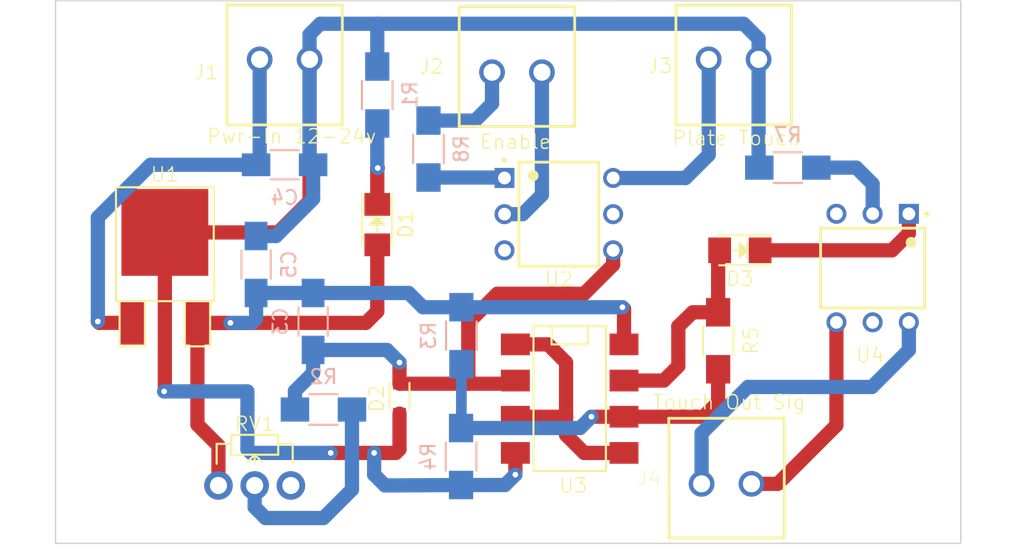
<source format=kicad_pcb>
(kicad_pcb (version 4) (host pcbnew 4.0.5+dfsg1-4)

  (general
    (links 38)
    (no_connects 0)
    (area 138.379999 92.173523 206.457143 133.075)
    (thickness 1.6)
    (drawings 8)
    (tracks 156)
    (zones 0)
    (modules 26)
    (nets 18)
  )

  (page A4)
  (layers
    (0 F.Cu signal)
    (31 B.Cu signal)
    (32 B.Adhes user)
    (33 F.Adhes user)
    (34 B.Paste user)
    (35 F.Paste user)
    (36 B.SilkS user)
    (37 F.SilkS user)
    (38 B.Mask user)
    (39 F.Mask user)
    (40 Dwgs.User user)
    (41 Cmts.User user)
    (42 Eco1.User user)
    (43 Eco2.User user)
    (44 Edge.Cuts user)
    (45 Margin user)
    (46 B.CrtYd user)
    (47 F.CrtYd user)
    (48 B.Fab user)
    (49 F.Fab user)
  )

  (setup
    (last_trace_width 1)
    (user_trace_width 0.25)
    (user_trace_width 0.5)
    (user_trace_width 0.75)
    (user_trace_width 1)
    (trace_clearance 0.2)
    (zone_clearance 0.508)
    (zone_45_only no)
    (trace_min 0.2)
    (segment_width 0.2)
    (edge_width 0.1)
    (via_size 0.6)
    (via_drill 0.4)
    (via_min_size 0.4)
    (via_min_drill 0.3)
    (user_via 0.6 0.4)
    (user_via 0.6 0.4)
    (user_via 0.6 0.4)
    (user_via 0.6 0.4)
    (uvia_size 0.3)
    (uvia_drill 0.1)
    (uvias_allowed no)
    (uvia_min_size 0.2)
    (uvia_min_drill 0.1)
    (pcb_text_width 0.3)
    (pcb_text_size 1.5 1.5)
    (mod_edge_width 0.15)
    (mod_text_size 1 1)
    (mod_text_width 0.15)
    (pad_size 1.5 1.5)
    (pad_drill 0.6)
    (pad_to_mask_clearance 0)
    (aux_axis_origin 0 0)
    (visible_elements 7FFFFFFF)
    (pcbplotparams
      (layerselection 0x00030_80000001)
      (usegerberextensions false)
      (excludeedgelayer true)
      (linewidth 0.100000)
      (plotframeref false)
      (viasonmask false)
      (mode 1)
      (useauxorigin false)
      (hpglpennumber 1)
      (hpglpenspeed 20)
      (hpglpendiameter 15)
      (hpglpenoverlay 2)
      (psnegative false)
      (psa4output false)
      (plotreference true)
      (plotvalue true)
      (plotinvisibletext false)
      (padsonsilk false)
      (subtractmaskfromsilk false)
      (outputformat 1)
      (mirror false)
      (drillshape 1)
      (scaleselection 1)
      (outputdirectory ""))
  )

  (net 0 "")
  (net 1 "Net-(C3-Pad1)")
  (net 2 "Net-(C3-Pad2)")
  (net 3 "Net-(C4-Pad1)")
  (net 4 GND)
  (net 5 "Net-(D1-Pad1)")
  (net 6 "Net-(D3-Pad2)")
  (net 7 "Net-(D3-Pad1)")
  (net 8 "Net-(J2-Pad1)")
  (net 9 "Net-(J2-Pad2)")
  (net 10 "Net-(J4-Pad1)")
  (net 11 "Net-(J4-Pad2)")
  (net 12 "Net-(R2-Pad1)")
  (net 13 "Net-(R3-Pad2)")
  (net 14 "Net-(R7-Pad1)")
  (net 15 "Net-(R8-Pad1)")
  (net 16 "Net-(U3-Pad1)")
  (net 17 "Net-(J3-Pad2)")

  (net_class Default "This is the default net class."
    (clearance 0.2)
    (trace_width 0.25)
    (via_dia 0.6)
    (via_drill 0.4)
    (uvia_dia 0.3)
    (uvia_drill 0.1)
    (add_net GND)
    (add_net "Net-(C3-Pad1)")
    (add_net "Net-(C3-Pad2)")
    (add_net "Net-(C4-Pad1)")
    (add_net "Net-(D1-Pad1)")
    (add_net "Net-(D3-Pad1)")
    (add_net "Net-(D3-Pad2)")
    (add_net "Net-(J2-Pad1)")
    (add_net "Net-(J2-Pad2)")
    (add_net "Net-(J3-Pad2)")
    (add_net "Net-(J4-Pad1)")
    (add_net "Net-(J4-Pad2)")
    (add_net "Net-(R2-Pad1)")
    (add_net "Net-(R3-Pad2)")
    (add_net "Net-(R7-Pad1)")
    (add_net "Net-(R8-Pad1)")
    (add_net "Net-(U3-Pad1)")
  )

  (net_class 0.2 ""
    (clearance 0.2)
    (trace_width 0.75)
    (via_dia 0.6)
    (via_drill 0.4)
    (uvia_dia 0.3)
    (uvia_drill 0.1)
  )

  (net_class Track1 ""
    (clearance 0.2)
    (trace_width 0.5)
    (via_dia 0.6)
    (via_drill 0.4)
    (uvia_dia 0.3)
    (uvia_drill 0.1)
  )

  (module Mounting_Holes:MountingHole_3.2mm_M3 (layer F.Cu) (tedit 5BE4E3D7) (tstamp 5BE4D8CE)
    (at 144.018 126.746)
    (descr "Mounting Hole 3.2mm, no annular, M3")
    (tags "mounting hole 3.2mm no annular m3")
    (fp_text reference "" (at 0 -4.2) (layer F.SilkS)
      (effects (font (size 1 1) (thickness 0.15)))
    )
    (fp_text value MountingHole_3.2mm_M3 (at 0 4.2) (layer F.Fab)
      (effects (font (size 1 1) (thickness 0.15)))
    )
    (fp_circle (center 0 0) (end 3.2 0) (layer Cmts.User) (width 0.15))
    (fp_circle (center 0 0) (end 3.45 0) (layer F.CrtYd) (width 0.05))
    (pad 1 np_thru_hole circle (at 0 0) (size 3.2 3.2) (drill 3.2) (layers *.Cu *.Mask))
  )

  (module Mounting_Holes:MountingHole_3.2mm_M3 (layer F.Cu) (tedit 5BE4E3CF) (tstamp 5BE4D8BF)
    (at 144.018 99.314)
    (descr "Mounting Hole 3.2mm, no annular, M3")
    (tags "mounting hole 3.2mm no annular m3")
    (fp_text reference "" (at 0 -4.2) (layer F.SilkS)
      (effects (font (size 1 1) (thickness 0.15)))
    )
    (fp_text value MountingHole_3.2mm_M3 (at 0 4.2) (layer F.Fab)
      (effects (font (size 1 1) (thickness 0.15)))
    )
    (fp_circle (center 0 0) (end 3.2 0) (layer Cmts.User) (width 0.15))
    (fp_circle (center 0 0) (end 3.45 0) (layer F.CrtYd) (width 0.05))
    (pad 1 np_thru_hole circle (at 0 0) (size 3.2 3.2) (drill 3.2) (layers *.Cu *.Mask))
  )

  (module LH1510AT:DIP762W50P254L730H410Q6 (layer F.Cu) (tedit 5BE4E4D2) (tstamp 5B6A73D8)
    (at 173.736 108.966)
    (path /5B68AF5C)
    (fp_text reference U2 (at 0 4.572) (layer F.SilkS)
      (effects (font (size 1.00162 1.00162) (thickness 0.1)))
    )
    (fp_text value "" (at -0.025091 4.67922) (layer F.SilkS)
      (effects (font (size 1.00304 1.00304) (thickness 0.05)))
    )
    (fp_line (start -2.8 -3.65) (end 2.8 -3.65) (layer F.SilkS) (width 0.2))
    (fp_line (start 2.8 -3.65) (end 2.8 3.65) (layer F.SilkS) (width 0.2))
    (fp_line (start 2.8 3.65) (end -2.8 3.65) (layer F.SilkS) (width 0.2))
    (fp_line (start -2.8 3.65) (end -2.8 -3.65) (layer F.SilkS) (width 0.2))
    (fp_line (start -4.8 -4.15) (end 4.8 -4.15) (layer Eco1.User) (width 0.05))
    (fp_line (start 4.8 -4.15) (end 4.8 4.15) (layer Eco1.User) (width 0.05))
    (fp_line (start 4.8 4.15) (end -4.8 4.15) (layer Eco1.User) (width 0.05))
    (fp_line (start -4.8 4.15) (end -4.8 -4.15) (layer Eco1.User) (width 0.05))
    (fp_circle (center -1.8 -2.7) (end -1.51716 -2.7) (layer F.SilkS) (width 0.2))
    (fp_line (start -2 -2.6) (end -1.8 -2.9) (layer F.SilkS) (width 0.2))
    (fp_line (start -1.8 -2.9) (end -1.6 -2.7) (layer F.SilkS) (width 0.2))
    (fp_line (start -1.6 -2.7) (end -1.7 -2.5) (layer F.SilkS) (width 0.2))
    (fp_line (start -1.7 -2.5) (end -2 -2.6) (layer F.SilkS) (width 0.2))
    (fp_line (start -2 -2.6) (end -1.8 -2.7) (layer F.SilkS) (width 0.2))
    (fp_circle (center -3.8 -3.8) (end -3.7 -3.8) (layer F.SilkS) (width 0.2))
    (pad 1 thru_hole rect (at -3.81 -2.54) (size 1.4 1.4) (drill 0.9) (layers *.Cu *.Mask)
      (net 15 "Net-(R8-Pad1)"))
    (pad 2 thru_hole circle (at -3.81 0) (size 1.4 1.4) (drill 0.9) (layers *.Cu *.Mask)
      (net 9 "Net-(J2-Pad2)"))
    (pad 3 thru_hole circle (at -3.81 2.54) (size 1.4 1.4) (drill 0.9) (layers *.Cu *.Mask))
    (pad 4 thru_hole circle (at 3.81 2.54 180) (size 1.4 1.4) (drill 0.9) (layers *.Cu *.Mask)
      (net 2 "Net-(C3-Pad2)"))
    (pad 5 thru_hole circle (at 3.81 0 180) (size 1.4 1.4) (drill 0.9) (layers *.Cu *.Mask))
    (pad 6 thru_hole circle (at 3.81 -2.54 180) (size 1.4 1.4) (drill 0.9) (layers *.Cu *.Mask)
      (net 17 "Net-(J3-Pad2)"))
  )

  (module OSTTF020161:OST_OSTTF020161 (layer F.Cu) (tedit 5BE4E58A) (tstamp 5B6A7301)
    (at 154.5 98.5 180)
    (path /5AF1FBB0)
    (fp_text reference J1 (at 5.5 -0.5 180) (layer F.SilkS)
      (effects (font (size 1.00273 1.00273) (thickness 0.1)))
    )
    (fp_text value "Pwr-In 12-24v" (at -0.5 -5 180) (layer F.SilkS)
      (effects (font (size 1.00211 1.00211) (thickness 0.1)))
    )
    (fp_line (start -4.05 -4.2) (end -4.05 4.2) (layer F.SilkS) (width 0.2))
    (fp_line (start -4.05 4.2) (end 4.05 4.2) (layer F.SilkS) (width 0.2))
    (fp_line (start 4.05 4.2) (end 4.05 -4.2) (layer F.SilkS) (width 0.2))
    (fp_line (start 4.05 -4.2) (end -4.05 -4.2) (layer F.SilkS) (width 0.2))
    (fp_line (start -4.3 -4.45) (end 4.3 -4.45) (layer Eco1.User) (width 0.05))
    (fp_line (start 4.3 -4.45) (end 4.3 4.45) (layer Eco1.User) (width 0.05))
    (fp_line (start 4.3 4.45) (end -4.3 4.45) (layer Eco1.User) (width 0.05))
    (fp_line (start -4.3 4.45) (end -4.3 -4.45) (layer Eco1.User) (width 0.05))
    (pad 1 thru_hole circle (at -1.75 0.4 180) (size 1.8 1.8) (drill 1.2) (layers *.Cu *.Mask)
      (net 4 GND))
    (pad 2 thru_hole circle (at 1.75 0.4 180) (size 1.8 1.8) (drill 1.2) (layers *.Cu *.Mask)
      (net 3 "Net-(C4-Pad1)"))
  )

  (module Capacitors_SMD:C_1206_HandSoldering (layer B.Cu) (tedit 541A9C03) (tstamp 5B6A7281)
    (at 156.5 116.5 270)
    (descr "Capacitor SMD 1206, hand soldering")
    (tags "capacitor 1206")
    (path /5AF1D651)
    (attr smd)
    (fp_text reference C3 (at 0 2.3 270) (layer B.SilkS)
      (effects (font (size 1 1) (thickness 0.15)) (justify mirror))
    )
    (fp_text value 4.7n (at 0 -2.3 270) (layer B.Fab)
      (effects (font (size 1 1) (thickness 0.15)) (justify mirror))
    )
    (fp_line (start -1.6 -0.8) (end -1.6 0.8) (layer B.Fab) (width 0.15))
    (fp_line (start 1.6 -0.8) (end -1.6 -0.8) (layer B.Fab) (width 0.15))
    (fp_line (start 1.6 0.8) (end 1.6 -0.8) (layer B.Fab) (width 0.15))
    (fp_line (start -1.6 0.8) (end 1.6 0.8) (layer B.Fab) (width 0.15))
    (fp_line (start -3.3 1.15) (end 3.3 1.15) (layer B.CrtYd) (width 0.05))
    (fp_line (start -3.3 -1.15) (end 3.3 -1.15) (layer B.CrtYd) (width 0.05))
    (fp_line (start -3.3 1.15) (end -3.3 -1.15) (layer B.CrtYd) (width 0.05))
    (fp_line (start 3.3 1.15) (end 3.3 -1.15) (layer B.CrtYd) (width 0.05))
    (fp_line (start 1 1.025) (end -1 1.025) (layer B.SilkS) (width 0.15))
    (fp_line (start -1 -1.025) (end 1 -1.025) (layer B.SilkS) (width 0.15))
    (pad 1 smd rect (at -2 0 270) (size 2 1.6) (layers B.Cu B.Paste B.Mask)
      (net 1 "Net-(C3-Pad1)"))
    (pad 2 smd rect (at 2 0 270) (size 2 1.6) (layers B.Cu B.Paste B.Mask)
      (net 2 "Net-(C3-Pad2)"))
    (model Capacitors_SMD.3dshapes/C_1206_HandSoldering.wrl
      (at (xyz 0 0 0))
      (scale (xyz 1 1 1))
      (rotate (xyz 0 0 0))
    )
  )

  (module Capacitors_SMD:C_1206_HandSoldering (layer B.Cu) (tedit 541A9C03) (tstamp 5B6A7291)
    (at 154.5 105.5)
    (descr "Capacitor SMD 1206, hand soldering")
    (tags "capacitor 1206")
    (path /5B64E8D3)
    (attr smd)
    (fp_text reference C4 (at 0 2.3) (layer B.SilkS)
      (effects (font (size 1 1) (thickness 0.15)) (justify mirror))
    )
    (fp_text value C (at 0 -2.3) (layer B.Fab)
      (effects (font (size 1 1) (thickness 0.15)) (justify mirror))
    )
    (fp_line (start -1.6 -0.8) (end -1.6 0.8) (layer B.Fab) (width 0.15))
    (fp_line (start 1.6 -0.8) (end -1.6 -0.8) (layer B.Fab) (width 0.15))
    (fp_line (start 1.6 0.8) (end 1.6 -0.8) (layer B.Fab) (width 0.15))
    (fp_line (start -1.6 0.8) (end 1.6 0.8) (layer B.Fab) (width 0.15))
    (fp_line (start -3.3 1.15) (end 3.3 1.15) (layer B.CrtYd) (width 0.05))
    (fp_line (start -3.3 -1.15) (end 3.3 -1.15) (layer B.CrtYd) (width 0.05))
    (fp_line (start -3.3 1.15) (end -3.3 -1.15) (layer B.CrtYd) (width 0.05))
    (fp_line (start 3.3 1.15) (end 3.3 -1.15) (layer B.CrtYd) (width 0.05))
    (fp_line (start 1 1.025) (end -1 1.025) (layer B.SilkS) (width 0.15))
    (fp_line (start -1 -1.025) (end 1 -1.025) (layer B.SilkS) (width 0.15))
    (pad 1 smd rect (at -2 0) (size 2 1.6) (layers B.Cu B.Paste B.Mask)
      (net 3 "Net-(C4-Pad1)"))
    (pad 2 smd rect (at 2 0) (size 2 1.6) (layers B.Cu B.Paste B.Mask)
      (net 4 GND))
    (model Capacitors_SMD.3dshapes/C_1206_HandSoldering.wrl
      (at (xyz 0 0 0))
      (scale (xyz 1 1 1))
      (rotate (xyz 0 0 0))
    )
  )

  (module Capacitors_SMD:C_1206_HandSoldering (layer B.Cu) (tedit 541A9C03) (tstamp 5B6A72A1)
    (at 152.5 112.5 90)
    (descr "Capacitor SMD 1206, hand soldering")
    (tags "capacitor 1206")
    (path /5B64E991)
    (attr smd)
    (fp_text reference C5 (at 0 2.3 90) (layer B.SilkS)
      (effects (font (size 1 1) (thickness 0.15)) (justify mirror))
    )
    (fp_text value 100n (at 0 -2.3 90) (layer B.Fab)
      (effects (font (size 1 1) (thickness 0.15)) (justify mirror))
    )
    (fp_line (start -1.6 -0.8) (end -1.6 0.8) (layer B.Fab) (width 0.15))
    (fp_line (start 1.6 -0.8) (end -1.6 -0.8) (layer B.Fab) (width 0.15))
    (fp_line (start 1.6 0.8) (end 1.6 -0.8) (layer B.Fab) (width 0.15))
    (fp_line (start -1.6 0.8) (end 1.6 0.8) (layer B.Fab) (width 0.15))
    (fp_line (start -3.3 1.15) (end 3.3 1.15) (layer B.CrtYd) (width 0.05))
    (fp_line (start -3.3 -1.15) (end 3.3 -1.15) (layer B.CrtYd) (width 0.05))
    (fp_line (start -3.3 1.15) (end -3.3 -1.15) (layer B.CrtYd) (width 0.05))
    (fp_line (start 3.3 1.15) (end 3.3 -1.15) (layer B.CrtYd) (width 0.05))
    (fp_line (start 1 1.025) (end -1 1.025) (layer B.SilkS) (width 0.15))
    (fp_line (start -1 -1.025) (end 1 -1.025) (layer B.SilkS) (width 0.15))
    (pad 1 smd rect (at -2 0 90) (size 2 1.6) (layers B.Cu B.Paste B.Mask)
      (net 1 "Net-(C3-Pad1)"))
    (pad 2 smd rect (at 2 0 90) (size 2 1.6) (layers B.Cu B.Paste B.Mask)
      (net 4 GND))
    (model Capacitors_SMD.3dshapes/C_1206_HandSoldering.wrl
      (at (xyz 0 0 0))
      (scale (xyz 1 1 1))
      (rotate (xyz 0 0 0))
    )
  )

  (module LEDs:LED_1206 (layer F.Cu) (tedit 57ABE035) (tstamp 5B6A72BF)
    (at 161 109.7 270)
    (descr "LED 1206 smd package")
    (tags "LED1206 SMD")
    (path /5AF1EE53)
    (attr smd)
    (fp_text reference D1 (at 0 -2 270) (layer F.SilkS)
      (effects (font (size 1 1) (thickness 0.15)))
    )
    (fp_text value LED (at 0 2 270) (layer F.Fab)
      (effects (font (size 1 1) (thickness 0.15)))
    )
    (fp_line (start -0.5 -0.5) (end -0.5 0.5) (layer F.Fab) (width 0.15))
    (fp_line (start -0.5 0) (end 0 -0.5) (layer F.Fab) (width 0.15))
    (fp_line (start 0 0.5) (end -0.5 0) (layer F.Fab) (width 0.15))
    (fp_line (start 0 -0.5) (end 0 0.5) (layer F.Fab) (width 0.15))
    (fp_line (start -1.6 0.8) (end -1.6 -0.8) (layer F.Fab) (width 0.15))
    (fp_line (start 1.6 0.8) (end -1.6 0.8) (layer F.Fab) (width 0.15))
    (fp_line (start 1.6 -0.8) (end 1.6 0.8) (layer F.Fab) (width 0.15))
    (fp_line (start -1.6 -0.8) (end 1.6 -0.8) (layer F.Fab) (width 0.15))
    (fp_line (start -2.15 1.05) (end 1.45 1.05) (layer F.SilkS) (width 0.15))
    (fp_line (start -2.15 -1.05) (end 1.45 -1.05) (layer F.SilkS) (width 0.15))
    (fp_line (start -0.1 -0.3) (end -0.1 0.3) (layer F.SilkS) (width 0.15))
    (fp_line (start -0.1 0.3) (end -0.4 0) (layer F.SilkS) (width 0.15))
    (fp_line (start -0.4 0) (end -0.2 -0.2) (layer F.SilkS) (width 0.15))
    (fp_line (start -0.2 -0.2) (end -0.2 0.05) (layer F.SilkS) (width 0.15))
    (fp_line (start -0.2 0.05) (end -0.25 0) (layer F.SilkS) (width 0.15))
    (fp_line (start -0.5 -0.5) (end -0.5 0.5) (layer F.SilkS) (width 0.15))
    (fp_line (start 0 0) (end 0.5 0) (layer F.SilkS) (width 0.15))
    (fp_line (start -0.5 0) (end 0 -0.5) (layer F.SilkS) (width 0.15))
    (fp_line (start 0 -0.5) (end 0 0.5) (layer F.SilkS) (width 0.15))
    (fp_line (start 0 0.5) (end -0.5 0) (layer F.SilkS) (width 0.15))
    (fp_line (start 2.5 -1.25) (end -2.5 -1.25) (layer F.CrtYd) (width 0.05))
    (fp_line (start -2.5 -1.25) (end -2.5 1.25) (layer F.CrtYd) (width 0.05))
    (fp_line (start -2.5 1.25) (end 2.5 1.25) (layer F.CrtYd) (width 0.05))
    (fp_line (start 2.5 1.25) (end 2.5 -1.25) (layer F.CrtYd) (width 0.05))
    (pad 2 smd rect (at 1.41986 0 90) (size 1.59766 1.80086) (layers F.Cu F.Paste F.Mask)
      (net 1 "Net-(C3-Pad1)"))
    (pad 1 smd rect (at -1.41986 0 90) (size 1.59766 1.80086) (layers F.Cu F.Paste F.Mask)
      (net 5 "Net-(D1-Pad1)"))
    (model LEDs.3dshapes/LED_1206.wrl
      (at (xyz 0 0 0))
      (scale (xyz 1 1 1))
      (rotate (xyz 0 0 180))
    )
  )

  (module Diodes_SMD:D_0805 (layer F.Cu) (tedit 5BE4E517) (tstamp 5B6A72D5)
    (at 162.56 121.92 270)
    (descr "Diode SMD in 0805 package")
    (tags "smd diode")
    (path /5AF1D0DF)
    (attr smd)
    (fp_text reference D2 (at 0 1.6 270) (layer F.SilkS)
      (effects (font (size 1 1) (thickness 0.1)))
    )
    (fp_text value D_TVS_ALT (at 0 -1.6 270) (layer F.Fab)
      (effects (font (size 1 1) (thickness 0.15)))
    )
    (fp_line (start -1.8 0.9) (end -1.8 -0.9) (layer F.CrtYd) (width 0.05))
    (fp_line (start 1.8 0.9) (end -1.8 0.9) (layer F.CrtYd) (width 0.05))
    (fp_line (start 1.8 -0.9) (end 1.8 0.9) (layer F.CrtYd) (width 0.05))
    (fp_line (start -1.8 -0.9) (end 1.8 -0.9) (layer F.CrtYd) (width 0.05))
    (fp_line (start 0.2 0) (end 0.4 0) (layer F.Fab) (width 0.15))
    (fp_line (start -0.1 0) (end -0.3 0) (layer F.Fab) (width 0.15))
    (fp_line (start -0.1 -0.2) (end -0.1 0.2) (layer F.Fab) (width 0.15))
    (fp_line (start 0.2 0.2) (end 0.2 -0.2) (layer F.Fab) (width 0.15))
    (fp_line (start -0.1 0) (end 0.2 0.2) (layer F.Fab) (width 0.15))
    (fp_line (start 0.2 -0.2) (end -0.1 0) (layer F.Fab) (width 0.15))
    (fp_line (start -1 0.6) (end -1 -0.6) (layer F.Fab) (width 0.15))
    (fp_line (start 1 0.6) (end -1 0.6) (layer F.Fab) (width 0.15))
    (fp_line (start 1 -0.6) (end 1 0.6) (layer F.Fab) (width 0.15))
    (fp_line (start -1 -0.6) (end 1 -0.6) (layer F.Fab) (width 0.15))
    (fp_line (start -1.1 0.7) (end 0.7 0.7) (layer F.SilkS) (width 0.15))
    (fp_line (start -1.1 -0.7) (end 0.7 -0.7) (layer F.SilkS) (width 0.15))
    (pad 1 smd rect (at -1.05 0 270) (size 0.8 0.9) (layers F.Cu F.Paste F.Mask)
      (net 2 "Net-(C3-Pad2)"))
    (pad 2 smd rect (at 1.05 0 270) (size 0.8 0.9) (layers F.Cu F.Paste F.Mask)
      (net 4 GND))
  )

  (module LEDs:LED_1206 (layer F.Cu) (tedit 5BE4E4F7) (tstamp 5B6A72F3)
    (at 186.436 111.506 180)
    (descr "LED 1206 smd package")
    (tags "LED1206 SMD")
    (path /5AF1DF2C)
    (attr smd)
    (fp_text reference D3 (at 0 -2 180) (layer F.SilkS)
      (effects (font (size 1 1) (thickness 0.1)))
    )
    (fp_text value LED (at 0 2 180) (layer F.Fab)
      (effects (font (size 1 1) (thickness 0.15)))
    )
    (fp_line (start -0.5 -0.5) (end -0.5 0.5) (layer F.Fab) (width 0.15))
    (fp_line (start -0.5 0) (end 0 -0.5) (layer F.Fab) (width 0.15))
    (fp_line (start 0 0.5) (end -0.5 0) (layer F.Fab) (width 0.15))
    (fp_line (start 0 -0.5) (end 0 0.5) (layer F.Fab) (width 0.15))
    (fp_line (start -1.6 0.8) (end -1.6 -0.8) (layer F.Fab) (width 0.15))
    (fp_line (start 1.6 0.8) (end -1.6 0.8) (layer F.Fab) (width 0.15))
    (fp_line (start 1.6 -0.8) (end 1.6 0.8) (layer F.Fab) (width 0.15))
    (fp_line (start -1.6 -0.8) (end 1.6 -0.8) (layer F.Fab) (width 0.15))
    (fp_line (start -2.15 1.05) (end 1.45 1.05) (layer F.SilkS) (width 0.15))
    (fp_line (start -2.15 -1.05) (end 1.45 -1.05) (layer F.SilkS) (width 0.15))
    (fp_line (start -0.1 -0.3) (end -0.1 0.3) (layer F.SilkS) (width 0.15))
    (fp_line (start -0.1 0.3) (end -0.4 0) (layer F.SilkS) (width 0.15))
    (fp_line (start -0.4 0) (end -0.2 -0.2) (layer F.SilkS) (width 0.15))
    (fp_line (start -0.2 -0.2) (end -0.2 0.05) (layer F.SilkS) (width 0.15))
    (fp_line (start -0.2 0.05) (end -0.25 0) (layer F.SilkS) (width 0.15))
    (fp_line (start -0.5 -0.5) (end -0.5 0.5) (layer F.SilkS) (width 0.15))
    (fp_line (start 0 0) (end 0.5 0) (layer F.SilkS) (width 0.15))
    (fp_line (start -0.5 0) (end 0 -0.5) (layer F.SilkS) (width 0.15))
    (fp_line (start 0 -0.5) (end 0 0.5) (layer F.SilkS) (width 0.15))
    (fp_line (start 0 0.5) (end -0.5 0) (layer F.SilkS) (width 0.15))
    (fp_line (start 2.5 -1.25) (end -2.5 -1.25) (layer F.CrtYd) (width 0.05))
    (fp_line (start -2.5 -1.25) (end -2.5 1.25) (layer F.CrtYd) (width 0.05))
    (fp_line (start -2.5 1.25) (end 2.5 1.25) (layer F.CrtYd) (width 0.05))
    (fp_line (start 2.5 1.25) (end 2.5 -1.25) (layer F.CrtYd) (width 0.05))
    (pad 2 smd rect (at 1.41986 0) (size 1.59766 1.80086) (layers F.Cu F.Paste F.Mask)
      (net 6 "Net-(D3-Pad2)"))
    (pad 1 smd rect (at -1.41986 0) (size 1.59766 1.80086) (layers F.Cu F.Paste F.Mask)
      (net 7 "Net-(D3-Pad1)"))
    (model LEDs.3dshapes/LED_1206.wrl
      (at (xyz 0 0 0))
      (scale (xyz 1 1 1))
      (rotate (xyz 0 0 180))
    )
  )

  (module OSTTF020161:OST_OSTTF020161 (layer F.Cu) (tedit 5BE4E5A7) (tstamp 5B6A730F)
    (at 170.8 98.6)
    (path /5AF219F2)
    (fp_text reference J2 (at -6 0) (layer F.SilkS)
      (effects (font (size 1.00273 1.00273) (thickness 0.1)))
    )
    (fp_text value Enable (at -0.112 5.286) (layer F.SilkS)
      (effects (font (size 1.00211 1.00211) (thickness 0.1)))
    )
    (fp_line (start -4.05 -4.2) (end -4.05 4.2) (layer F.SilkS) (width 0.2))
    (fp_line (start -4.05 4.2) (end 4.05 4.2) (layer F.SilkS) (width 0.2))
    (fp_line (start 4.05 4.2) (end 4.05 -4.2) (layer F.SilkS) (width 0.2))
    (fp_line (start 4.05 -4.2) (end -4.05 -4.2) (layer F.SilkS) (width 0.2))
    (fp_line (start -4.3 -4.45) (end 4.3 -4.45) (layer Eco1.User) (width 0.05))
    (fp_line (start 4.3 -4.45) (end 4.3 4.45) (layer Eco1.User) (width 0.05))
    (fp_line (start 4.3 4.45) (end -4.3 4.45) (layer Eco1.User) (width 0.05))
    (fp_line (start -4.3 4.45) (end -4.3 -4.45) (layer Eco1.User) (width 0.05))
    (pad 1 thru_hole circle (at -1.75 0.4) (size 1.8 1.8) (drill 1.2) (layers *.Cu *.Mask)
      (net 8 "Net-(J2-Pad1)"))
    (pad 2 thru_hole circle (at 1.75 0.4) (size 1.8 1.8) (drill 1.2) (layers *.Cu *.Mask)
      (net 9 "Net-(J2-Pad2)"))
  )

  (module OSTTF020161:OST_OSTTF020161 (layer F.Cu) (tedit 5BE4E578) (tstamp 5B6A731D)
    (at 186 98.5 180)
    (path /5AF1FA18)
    (fp_text reference J3 (at 5.152 -0.052 180) (layer F.SilkS)
      (effects (font (size 1.00273 1.00273) (thickness 0.1)))
    )
    (fp_text value "Plate Touch" (at -0.182 -5.132 180) (layer F.SilkS)
      (effects (font (size 1.00211 1.00211) (thickness 0.1)))
    )
    (fp_line (start -4.05 -4.2) (end -4.05 4.2) (layer F.SilkS) (width 0.2))
    (fp_line (start -4.05 4.2) (end 4.05 4.2) (layer F.SilkS) (width 0.2))
    (fp_line (start 4.05 4.2) (end 4.05 -4.2) (layer F.SilkS) (width 0.2))
    (fp_line (start 4.05 -4.2) (end -4.05 -4.2) (layer F.SilkS) (width 0.2))
    (fp_line (start -4.3 -4.45) (end 4.3 -4.45) (layer Eco1.User) (width 0.05))
    (fp_line (start 4.3 -4.45) (end 4.3 4.45) (layer Eco1.User) (width 0.05))
    (fp_line (start 4.3 4.45) (end -4.3 4.45) (layer Eco1.User) (width 0.05))
    (fp_line (start -4.3 4.45) (end -4.3 -4.45) (layer Eco1.User) (width 0.05))
    (pad 1 thru_hole circle (at -1.75 0.4 180) (size 1.8 1.8) (drill 1.2) (layers *.Cu *.Mask)
      (net 4 GND))
    (pad 2 thru_hole circle (at 1.75 0.4 180) (size 1.8 1.8) (drill 1.2) (layers *.Cu *.Mask)
      (net 17 "Net-(J3-Pad2)"))
  )

  (module OSTTF020161:OST_OSTTF020161 (layer F.Cu) (tedit 5BE4E6DF) (tstamp 5B6A732B)
    (at 185.5 127.5)
    (path /5AF242DE)
    (fp_text reference J4 (at -5.414 0.008) (layer F.SilkS)
      (effects (font (size 1.00273 1.00273) (thickness 0.05)))
    )
    (fp_text value "Touch Out Sig" (at 0.174 -5.326) (layer F.SilkS)
      (effects (font (size 1.00211 1.00211) (thickness 0.1)))
    )
    (fp_line (start -4.05 -4.2) (end -4.05 4.2) (layer F.SilkS) (width 0.2))
    (fp_line (start -4.05 4.2) (end 4.05 4.2) (layer F.SilkS) (width 0.2))
    (fp_line (start 4.05 4.2) (end 4.05 -4.2) (layer F.SilkS) (width 0.2))
    (fp_line (start 4.05 -4.2) (end -4.05 -4.2) (layer F.SilkS) (width 0.2))
    (fp_line (start -4.3 -4.45) (end 4.3 -4.45) (layer Eco1.User) (width 0.05))
    (fp_line (start 4.3 -4.45) (end 4.3 4.45) (layer Eco1.User) (width 0.05))
    (fp_line (start 4.3 4.45) (end -4.3 4.45) (layer Eco1.User) (width 0.05))
    (fp_line (start -4.3 4.45) (end -4.3 -4.45) (layer Eco1.User) (width 0.05))
    (pad 1 thru_hole circle (at -1.75 0.4) (size 1.8 1.8) (drill 1.2) (layers *.Cu *.Mask)
      (net 10 "Net-(J4-Pad1)"))
    (pad 2 thru_hole circle (at 1.75 0.4) (size 1.8 1.8) (drill 1.2) (layers *.Cu *.Mask)
      (net 11 "Net-(J4-Pad2)"))
  )

  (module Resistors_SMD:R_1206_HandSoldering (layer B.Cu) (tedit 58307C0D) (tstamp 5B6A733B)
    (at 161 100.6 90)
    (descr "Resistor SMD 1206, hand soldering")
    (tags "resistor 1206")
    (path /5AF1F313)
    (attr smd)
    (fp_text reference R1 (at 0 2.3 90) (layer B.SilkS)
      (effects (font (size 1 1) (thickness 0.15)) (justify mirror))
    )
    (fp_text value 1.2k (at 0 -2.3 90) (layer B.Fab)
      (effects (font (size 1 1) (thickness 0.15)) (justify mirror))
    )
    (fp_line (start -1.6 -0.8) (end -1.6 0.8) (layer B.Fab) (width 0.1))
    (fp_line (start 1.6 -0.8) (end -1.6 -0.8) (layer B.Fab) (width 0.1))
    (fp_line (start 1.6 0.8) (end 1.6 -0.8) (layer B.Fab) (width 0.1))
    (fp_line (start -1.6 0.8) (end 1.6 0.8) (layer B.Fab) (width 0.1))
    (fp_line (start -3.3 1.2) (end 3.3 1.2) (layer B.CrtYd) (width 0.05))
    (fp_line (start -3.3 -1.2) (end 3.3 -1.2) (layer B.CrtYd) (width 0.05))
    (fp_line (start -3.3 1.2) (end -3.3 -1.2) (layer B.CrtYd) (width 0.05))
    (fp_line (start 3.3 1.2) (end 3.3 -1.2) (layer B.CrtYd) (width 0.05))
    (fp_line (start 1 -1.075) (end -1 -1.075) (layer B.SilkS) (width 0.15))
    (fp_line (start -1 1.075) (end 1 1.075) (layer B.SilkS) (width 0.15))
    (pad 1 smd rect (at -2 0 90) (size 2 1.7) (layers B.Cu B.Paste B.Mask)
      (net 5 "Net-(D1-Pad1)"))
    (pad 2 smd rect (at 2 0 90) (size 2 1.7) (layers B.Cu B.Paste B.Mask)
      (net 4 GND))
    (model Resistors_SMD.3dshapes/R_1206_HandSoldering.wrl
      (at (xyz 0 0 0))
      (scale (xyz 1 1 1))
      (rotate (xyz 0 0 0))
    )
  )

  (module Resistors_SMD:R_1206_HandSoldering (layer B.Cu) (tedit 58307C0D) (tstamp 5B6A734B)
    (at 157.226 122.682 180)
    (descr "Resistor SMD 1206, hand soldering")
    (tags "resistor 1206")
    (path /5AF1F8E5)
    (attr smd)
    (fp_text reference R2 (at 0 2.3 180) (layer B.SilkS)
      (effects (font (size 1 1) (thickness 0.15)) (justify mirror))
    )
    (fp_text value 4.7k (at 0 -2.3 180) (layer B.Fab)
      (effects (font (size 1 1) (thickness 0.15)) (justify mirror))
    )
    (fp_line (start -1.6 -0.8) (end -1.6 0.8) (layer B.Fab) (width 0.1))
    (fp_line (start 1.6 -0.8) (end -1.6 -0.8) (layer B.Fab) (width 0.1))
    (fp_line (start 1.6 0.8) (end 1.6 -0.8) (layer B.Fab) (width 0.1))
    (fp_line (start -1.6 0.8) (end 1.6 0.8) (layer B.Fab) (width 0.1))
    (fp_line (start -3.3 1.2) (end 3.3 1.2) (layer B.CrtYd) (width 0.05))
    (fp_line (start -3.3 -1.2) (end 3.3 -1.2) (layer B.CrtYd) (width 0.05))
    (fp_line (start -3.3 1.2) (end -3.3 -1.2) (layer B.CrtYd) (width 0.05))
    (fp_line (start 3.3 1.2) (end 3.3 -1.2) (layer B.CrtYd) (width 0.05))
    (fp_line (start 1 -1.075) (end -1 -1.075) (layer B.SilkS) (width 0.15))
    (fp_line (start -1 1.075) (end 1 1.075) (layer B.SilkS) (width 0.15))
    (pad 1 smd rect (at -2 0 180) (size 2 1.7) (layers B.Cu B.Paste B.Mask)
      (net 12 "Net-(R2-Pad1)"))
    (pad 2 smd rect (at 2 0 180) (size 2 1.7) (layers B.Cu B.Paste B.Mask)
      (net 2 "Net-(C3-Pad2)"))
    (model Resistors_SMD.3dshapes/R_1206_HandSoldering.wrl
      (at (xyz 0 0 0))
      (scale (xyz 1 1 1))
      (rotate (xyz 0 0 0))
    )
  )

  (module Resistors_SMD:R_1206_HandSoldering (layer B.Cu) (tedit 58307C0D) (tstamp 5B6A735B)
    (at 166.9 117.5 270)
    (descr "Resistor SMD 1206, hand soldering")
    (tags "resistor 1206")
    (path /5AF1D348)
    (attr smd)
    (fp_text reference R3 (at 0 2.3 270) (layer B.SilkS)
      (effects (font (size 1 1) (thickness 0.15)) (justify mirror))
    )
    (fp_text value 15k (at 0 -2.3 270) (layer B.Fab)
      (effects (font (size 1 1) (thickness 0.15)) (justify mirror))
    )
    (fp_line (start -1.6 -0.8) (end -1.6 0.8) (layer B.Fab) (width 0.1))
    (fp_line (start 1.6 -0.8) (end -1.6 -0.8) (layer B.Fab) (width 0.1))
    (fp_line (start 1.6 0.8) (end 1.6 -0.8) (layer B.Fab) (width 0.1))
    (fp_line (start -1.6 0.8) (end 1.6 0.8) (layer B.Fab) (width 0.1))
    (fp_line (start -3.3 1.2) (end 3.3 1.2) (layer B.CrtYd) (width 0.05))
    (fp_line (start -3.3 -1.2) (end 3.3 -1.2) (layer B.CrtYd) (width 0.05))
    (fp_line (start -3.3 1.2) (end -3.3 -1.2) (layer B.CrtYd) (width 0.05))
    (fp_line (start 3.3 1.2) (end 3.3 -1.2) (layer B.CrtYd) (width 0.05))
    (fp_line (start 1 -1.075) (end -1 -1.075) (layer B.SilkS) (width 0.15))
    (fp_line (start -1 1.075) (end 1 1.075) (layer B.SilkS) (width 0.15))
    (pad 1 smd rect (at -2 0 270) (size 2 1.7) (layers B.Cu B.Paste B.Mask)
      (net 1 "Net-(C3-Pad1)"))
    (pad 2 smd rect (at 2 0 270) (size 2 1.7) (layers B.Cu B.Paste B.Mask)
      (net 13 "Net-(R3-Pad2)"))
    (model Resistors_SMD.3dshapes/R_1206_HandSoldering.wrl
      (at (xyz 0 0 0))
      (scale (xyz 1 1 1))
      (rotate (xyz 0 0 0))
    )
  )

  (module Resistors_SMD:R_1206_HandSoldering (layer B.Cu) (tedit 5BE4D962) (tstamp 5B6A736B)
    (at 166.878 125.984 270)
    (descr "Resistor SMD 1206, hand soldering")
    (tags "resistor 1206")
    (path /5AF1D23F)
    (attr smd)
    (fp_text reference R4 (at 0 2.3 270) (layer B.SilkS)
      (effects (font (size 1 1) (thickness 0.15)) (justify mirror))
    )
    (fp_text value 100k (at 0 -1.778 270) (layer B.Fab)
      (effects (font (size 1 1) (thickness 0.15)) (justify mirror))
    )
    (fp_line (start -1.6 -0.8) (end -1.6 0.8) (layer B.Fab) (width 0.1))
    (fp_line (start 1.6 -0.8) (end -1.6 -0.8) (layer B.Fab) (width 0.1))
    (fp_line (start 1.6 0.8) (end 1.6 -0.8) (layer B.Fab) (width 0.1))
    (fp_line (start -1.6 0.8) (end 1.6 0.8) (layer B.Fab) (width 0.1))
    (fp_line (start -3.3 1.2) (end 3.3 1.2) (layer B.CrtYd) (width 0.05))
    (fp_line (start -3.3 -1.2) (end 3.3 -1.2) (layer B.CrtYd) (width 0.05))
    (fp_line (start -3.3 1.2) (end -3.3 -1.2) (layer B.CrtYd) (width 0.05))
    (fp_line (start 3.3 1.2) (end 3.3 -1.2) (layer B.CrtYd) (width 0.05))
    (fp_line (start 1 -1.075) (end -1 -1.075) (layer B.SilkS) (width 0.15))
    (fp_line (start -1 1.075) (end 1 1.075) (layer B.SilkS) (width 0.15))
    (pad 1 smd rect (at -2 0 270) (size 2 1.7) (layers B.Cu B.Paste B.Mask)
      (net 13 "Net-(R3-Pad2)"))
    (pad 2 smd rect (at 2 0 270) (size 2 1.7) (layers B.Cu B.Paste B.Mask)
      (net 4 GND))
    (model Resistors_SMD.3dshapes/R_1206_HandSoldering.wrl
      (at (xyz 0 0 0))
      (scale (xyz 1 1 1))
      (rotate (xyz 0 0 0))
    )
  )

  (module Resistors_SMD:R_1206_HandSoldering (layer F.Cu) (tedit 5BE4E4FE) (tstamp 5B6A737B)
    (at 184.912 117.856 270)
    (descr "Resistor SMD 1206, hand soldering")
    (tags "resistor 1206")
    (path /5AF1D413)
    (attr smd)
    (fp_text reference R5 (at 0 -2.3 270) (layer F.SilkS)
      (effects (font (size 1 1) (thickness 0.1)))
    )
    (fp_text value 470k (at 0 2.3 270) (layer F.Fab)
      (effects (font (size 1 1) (thickness 0.15)))
    )
    (fp_line (start -1.6 0.8) (end -1.6 -0.8) (layer F.Fab) (width 0.1))
    (fp_line (start 1.6 0.8) (end -1.6 0.8) (layer F.Fab) (width 0.1))
    (fp_line (start 1.6 -0.8) (end 1.6 0.8) (layer F.Fab) (width 0.1))
    (fp_line (start -1.6 -0.8) (end 1.6 -0.8) (layer F.Fab) (width 0.1))
    (fp_line (start -3.3 -1.2) (end 3.3 -1.2) (layer F.CrtYd) (width 0.05))
    (fp_line (start -3.3 1.2) (end 3.3 1.2) (layer F.CrtYd) (width 0.05))
    (fp_line (start -3.3 -1.2) (end -3.3 1.2) (layer F.CrtYd) (width 0.05))
    (fp_line (start 3.3 -1.2) (end 3.3 1.2) (layer F.CrtYd) (width 0.05))
    (fp_line (start 1 1.075) (end -1 1.075) (layer F.SilkS) (width 0.15))
    (fp_line (start -1 -1.075) (end 1 -1.075) (layer F.SilkS) (width 0.15))
    (pad 1 smd rect (at -2 0 270) (size 2 1.7) (layers F.Cu F.Paste F.Mask)
      (net 6 "Net-(D3-Pad2)"))
    (pad 2 smd rect (at 2 0 270) (size 2 1.7) (layers F.Cu F.Paste F.Mask)
      (net 13 "Net-(R3-Pad2)"))
    (model Resistors_SMD.3dshapes/R_1206_HandSoldering.wrl
      (at (xyz 0 0 0))
      (scale (xyz 1 1 1))
      (rotate (xyz 0 0 0))
    )
  )

  (module Resistors_SMD:R_1206_HandSoldering (layer B.Cu) (tedit 58307C0D) (tstamp 5B6A738B)
    (at 189.8 105.7 180)
    (descr "Resistor SMD 1206, hand soldering")
    (tags "resistor 1206")
    (path /5AF1D54D)
    (attr smd)
    (fp_text reference R7 (at 0 2.3 180) (layer B.SilkS)
      (effects (font (size 1 1) (thickness 0.15)) (justify mirror))
    )
    (fp_text value 300 (at 0 -2.3 180) (layer B.Fab)
      (effects (font (size 1 1) (thickness 0.15)) (justify mirror))
    )
    (fp_line (start -1.6 -0.8) (end -1.6 0.8) (layer B.Fab) (width 0.1))
    (fp_line (start 1.6 -0.8) (end -1.6 -0.8) (layer B.Fab) (width 0.1))
    (fp_line (start 1.6 0.8) (end 1.6 -0.8) (layer B.Fab) (width 0.1))
    (fp_line (start -1.6 0.8) (end 1.6 0.8) (layer B.Fab) (width 0.1))
    (fp_line (start -3.3 1.2) (end 3.3 1.2) (layer B.CrtYd) (width 0.05))
    (fp_line (start -3.3 -1.2) (end 3.3 -1.2) (layer B.CrtYd) (width 0.05))
    (fp_line (start -3.3 1.2) (end -3.3 -1.2) (layer B.CrtYd) (width 0.05))
    (fp_line (start 3.3 1.2) (end 3.3 -1.2) (layer B.CrtYd) (width 0.05))
    (fp_line (start 1 -1.075) (end -1 -1.075) (layer B.SilkS) (width 0.15))
    (fp_line (start -1 1.075) (end 1 1.075) (layer B.SilkS) (width 0.15))
    (pad 1 smd rect (at -2 0 180) (size 2 1.7) (layers B.Cu B.Paste B.Mask)
      (net 14 "Net-(R7-Pad1)"))
    (pad 2 smd rect (at 2 0 180) (size 2 1.7) (layers B.Cu B.Paste B.Mask)
      (net 4 GND))
    (model Resistors_SMD.3dshapes/R_1206_HandSoldering.wrl
      (at (xyz 0 0 0))
      (scale (xyz 1 1 1))
      (rotate (xyz 0 0 0))
    )
  )

  (module Resistors_SMD:R_1206_HandSoldering (layer B.Cu) (tedit 58307C0D) (tstamp 5B6A739B)
    (at 164.592 104.394 90)
    (descr "Resistor SMD 1206, hand soldering")
    (tags "resistor 1206")
    (path /5AF237CB)
    (attr smd)
    (fp_text reference R8 (at 0 2.3 90) (layer B.SilkS)
      (effects (font (size 1 1) (thickness 0.15)) (justify mirror))
    )
    (fp_text value 2.4k (at 0 -2.3 90) (layer B.Fab)
      (effects (font (size 1 1) (thickness 0.15)) (justify mirror))
    )
    (fp_line (start -1.6 -0.8) (end -1.6 0.8) (layer B.Fab) (width 0.1))
    (fp_line (start 1.6 -0.8) (end -1.6 -0.8) (layer B.Fab) (width 0.1))
    (fp_line (start 1.6 0.8) (end 1.6 -0.8) (layer B.Fab) (width 0.1))
    (fp_line (start -1.6 0.8) (end 1.6 0.8) (layer B.Fab) (width 0.1))
    (fp_line (start -3.3 1.2) (end 3.3 1.2) (layer B.CrtYd) (width 0.05))
    (fp_line (start -3.3 -1.2) (end 3.3 -1.2) (layer B.CrtYd) (width 0.05))
    (fp_line (start -3.3 1.2) (end -3.3 -1.2) (layer B.CrtYd) (width 0.05))
    (fp_line (start 3.3 1.2) (end 3.3 -1.2) (layer B.CrtYd) (width 0.05))
    (fp_line (start 1 -1.075) (end -1 -1.075) (layer B.SilkS) (width 0.15))
    (fp_line (start -1 1.075) (end 1 1.075) (layer B.SilkS) (width 0.15))
    (pad 1 smd rect (at -2 0 90) (size 2 1.7) (layers B.Cu B.Paste B.Mask)
      (net 15 "Net-(R8-Pad1)"))
    (pad 2 smd rect (at 2 0 90) (size 2 1.7) (layers B.Cu B.Paste B.Mask)
      (net 8 "Net-(J2-Pad1)"))
    (model Resistors_SMD.3dshapes/R_1206_HandSoldering.wrl
      (at (xyz 0 0 0))
      (scale (xyz 1 1 1))
      (rotate (xyz 0 0 0))
    )
  )

  (module Potentiometers:Potentiometer_WirePads_Small (layer F.Cu) (tedit 5BE4E699) (tstamp 5B6A73AD)
    (at 149.86 128.016 90)
    (descr "Potentiometer, Wire Pads only, small, RevA, 02 Aug 2010,")
    (tags "Potentiometer, Wire Pads only, small, RevA, 02 Aug 2010,")
    (path /5AF1F807)
    (fp_text reference RV1 (at 4.318 2.54 180) (layer F.SilkS)
      (effects (font (size 1 1) (thickness 0.1)))
    )
    (fp_text value 2.0m (at -2.54 2.54 360) (layer F.Fab)
      (effects (font (size 1 1) (thickness 0.15)))
    )
    (fp_line (start 2.921 4.191) (end 2.921 5.207) (layer F.SilkS) (width 0.15))
    (fp_line (start 2.921 5.207) (end 1.524 5.207) (layer F.SilkS) (width 0.15))
    (fp_line (start 2.921 0.889) (end 2.921 -0.127) (layer F.SilkS) (width 0.15))
    (fp_line (start 2.921 -0.127) (end 1.524 -0.127) (layer F.SilkS) (width 0.15))
    (fp_line (start 2.159 2.54) (end 1.524 2.54) (layer F.SilkS) (width 0.15))
    (fp_line (start 2.159 2.54) (end 1.651 3.048) (layer F.SilkS) (width 0.15))
    (fp_line (start 2.159 2.54) (end 1.651 2.032) (layer F.SilkS) (width 0.15))
    (fp_line (start 2.159 0.889) (end 3.556 0.889) (layer F.SilkS) (width 0.15))
    (fp_line (start 3.556 0.889) (end 3.556 4.191) (layer F.SilkS) (width 0.15))
    (fp_line (start 3.556 4.191) (end 2.159 4.191) (layer F.SilkS) (width 0.15))
    (fp_line (start 2.159 4.191) (end 2.159 0.889) (layer F.SilkS) (width 0.15))
    (pad 2 thru_hole circle (at 0 2.54 90) (size 1.99898 1.99898) (drill 1.19888) (layers *.Cu *.Mask)
      (net 12 "Net-(R2-Pad1)"))
    (pad 3 thru_hole circle (at 0 5.08 90) (size 1.99898 1.99898) (drill 1.19888) (layers *.Cu *.Mask))
    (pad 1 thru_hole circle (at 0 0 90) (size 1.99898 1.99898) (drill 1.19888) (layers *.Cu *.Mask)
      (net 1 "Net-(C3-Pad1)"))
  )

  (module TO_SOT_Packages_SMD:TO-252-2Lead (layer F.Cu) (tedit 5BE4E50D) (tstamp 5B6A73BF)
    (at 146.1 116.6)
    (descr "DPAK / TO-252 2-lead smd package")
    (tags "dpak TO-252")
    (path /5AF1CFC8)
    (attr smd)
    (fp_text reference U1 (at 0 -10.414) (layer F.SilkS)
      (effects (font (size 1 1) (thickness 0.1)))
    )
    (fp_text value L7809 (at 0 -2.413 180) (layer F.Fab)
      (effects (font (size 1 1) (thickness 0.15)))
    )
    (fp_line (start 1.397 -1.524) (end 1.397 1.651) (layer F.SilkS) (width 0.15))
    (fp_line (start 1.397 1.651) (end 3.175 1.651) (layer F.SilkS) (width 0.15))
    (fp_line (start 3.175 1.651) (end 3.175 -1.524) (layer F.SilkS) (width 0.15))
    (fp_line (start -3.175 -1.524) (end -3.175 1.651) (layer F.SilkS) (width 0.15))
    (fp_line (start -3.175 1.651) (end -1.397 1.651) (layer F.SilkS) (width 0.15))
    (fp_line (start -1.397 1.651) (end -1.397 -1.524) (layer F.SilkS) (width 0.15))
    (fp_line (start 3.429 -7.62) (end 3.429 -1.524) (layer F.SilkS) (width 0.15))
    (fp_line (start 3.429 -1.524) (end -3.429 -1.524) (layer F.SilkS) (width 0.15))
    (fp_line (start -3.429 -1.524) (end -3.429 -9.398) (layer F.SilkS) (width 0.15))
    (fp_line (start -3.429 -9.525) (end 3.429 -9.525) (layer F.SilkS) (width 0.15))
    (fp_line (start 3.429 -9.398) (end 3.429 -7.62) (layer F.SilkS) (width 0.15))
    (pad 1 smd rect (at -2.286 0) (size 1.651 3.048) (layers F.Cu F.Paste F.Mask)
      (net 3 "Net-(C4-Pad1)"))
    (pad 2 smd rect (at 0 -6.35) (size 6.096 6.096) (layers F.Cu F.Paste F.Mask)
      (net 4 GND))
    (pad 3 smd rect (at 2.286 0) (size 1.651 3.048) (layers F.Cu F.Paste F.Mask)
      (net 1 "Net-(C3-Pad1)"))
    (model TO_SOT_Packages_SMD.3dshapes/TO-252-2Lead.wrl
      (at (xyz 0 0 0))
      (scale (xyz 1 1 1))
      (rotate (xyz 0 0 0))
    )
  )

  (module SMD_Packages:DIP-8_SMD (layer F.Cu) (tedit 5BE4E4DC) (tstamp 5B6A73EB)
    (at 174.498 121.92 270)
    (descr "DIP-8_300 smd shape")
    (tags "smd cms 8dip")
    (path /5AF1CE72)
    (attr smd)
    (fp_text reference U3 (at 6.096 -0.254 360) (layer F.SilkS)
      (effects (font (size 1 1) (thickness 0.1)))
    )
    (fp_text value LM358 (at 0 0.762 270) (layer F.Fab)
      (effects (font (size 1 1) (thickness 0.15)))
    )
    (fp_line (start -5.08 -2.54) (end -5.08 2.54) (layer F.SilkS) (width 0.15))
    (fp_line (start -5.08 2.54) (end 5.08 2.54) (layer F.SilkS) (width 0.15))
    (fp_line (start 5.08 2.54) (end 5.08 -2.54) (layer F.SilkS) (width 0.15))
    (fp_line (start 5.08 -2.54) (end -5.08 -2.54) (layer F.SilkS) (width 0.15))
    (fp_line (start -5.08 -1.27) (end -3.81 -1.27) (layer F.SilkS) (width 0.15))
    (fp_line (start -3.81 -1.27) (end -3.81 1.27) (layer F.SilkS) (width 0.15))
    (fp_line (start -3.81 1.27) (end -5.08 1.27) (layer F.SilkS) (width 0.15))
    (pad 1 smd rect (at -3.81 3.81 270) (size 1.524 2.032) (layers F.Cu F.Paste F.Mask)
      (net 16 "Net-(U3-Pad1)"))
    (pad 2 smd rect (at -1.27 3.81 270) (size 1.524 2.032) (layers F.Cu F.Paste F.Mask)
      (net 2 "Net-(C3-Pad2)"))
    (pad 3 smd rect (at 1.27 3.81 270) (size 1.524 2.032) (layers F.Cu F.Paste F.Mask)
      (net 16 "Net-(U3-Pad1)"))
    (pad 4 smd rect (at 3.81 3.81 270) (size 1.524 2.032) (layers F.Cu F.Paste F.Mask)
      (net 4 GND))
    (pad 5 smd rect (at 3.81 -3.81 270) (size 1.524 2.032) (layers F.Cu F.Paste F.Mask)
      (net 16 "Net-(U3-Pad1)"))
    (pad 6 smd rect (at 1.27 -3.81 270) (size 1.524 2.032) (layers F.Cu F.Paste F.Mask)
      (net 13 "Net-(R3-Pad2)"))
    (pad 7 smd rect (at -1.27 -3.81 270) (size 1.524 2.032) (layers F.Cu F.Paste F.Mask)
      (net 6 "Net-(D3-Pad2)"))
    (pad 8 smd rect (at -3.81 -3.81 270) (size 1.524 2.032) (layers F.Cu F.Paste F.Mask)
      (net 1 "Net-(C3-Pad1)"))
    (model SMD_Packages.3dshapes/DIP-8_SMD.wrl
      (at (xyz 0 0 0))
      (scale (xyz 1 0.5 0.8))
      (rotate (xyz 0 0 0))
    )
  )

  (module LH1510AT:DIP762W50P254L730H410Q6 (layer F.Cu) (tedit 5BE4E4E9) (tstamp 5B6A7404)
    (at 195.75 112.75 270)
    (path /5B68B6C3)
    (fp_text reference U4 (at 6.122 0.17 360) (layer F.SilkS)
      (effects (font (size 1.00162 1.00162) (thickness 0.1)))
    )
    (fp_text value "" (at -0.025091 4.67922 270) (layer F.SilkS)
      (effects (font (size 1.00304 1.00304) (thickness 0.05)))
    )
    (fp_line (start -2.8 -3.65) (end 2.8 -3.65) (layer F.SilkS) (width 0.2))
    (fp_line (start 2.8 -3.65) (end 2.8 3.65) (layer F.SilkS) (width 0.2))
    (fp_line (start 2.8 3.65) (end -2.8 3.65) (layer F.SilkS) (width 0.2))
    (fp_line (start -2.8 3.65) (end -2.8 -3.65) (layer F.SilkS) (width 0.2))
    (fp_line (start -4.8 -4.15) (end 4.8 -4.15) (layer Eco1.User) (width 0.05))
    (fp_line (start 4.8 -4.15) (end 4.8 4.15) (layer Eco1.User) (width 0.05))
    (fp_line (start 4.8 4.15) (end -4.8 4.15) (layer Eco1.User) (width 0.05))
    (fp_line (start -4.8 4.15) (end -4.8 -4.15) (layer Eco1.User) (width 0.05))
    (fp_circle (center -1.8 -2.7) (end -1.51716 -2.7) (layer F.SilkS) (width 0.2))
    (fp_line (start -2 -2.6) (end -1.8 -2.9) (layer F.SilkS) (width 0.2))
    (fp_line (start -1.8 -2.9) (end -1.6 -2.7) (layer F.SilkS) (width 0.2))
    (fp_line (start -1.6 -2.7) (end -1.7 -2.5) (layer F.SilkS) (width 0.2))
    (fp_line (start -1.7 -2.5) (end -2 -2.6) (layer F.SilkS) (width 0.2))
    (fp_line (start -2 -2.6) (end -1.8 -2.7) (layer F.SilkS) (width 0.2))
    (fp_circle (center -3.8 -3.8) (end -3.7 -3.8) (layer F.SilkS) (width 0.2))
    (pad 1 thru_hole rect (at -3.81 -2.54 270) (size 1.4 1.4) (drill 0.9) (layers *.Cu *.Mask)
      (net 7 "Net-(D3-Pad1)"))
    (pad 2 thru_hole circle (at -3.81 0 270) (size 1.4 1.4) (drill 0.9) (layers *.Cu *.Mask)
      (net 14 "Net-(R7-Pad1)"))
    (pad 3 thru_hole circle (at -3.81 2.54 270) (size 1.4 1.4) (drill 0.9) (layers *.Cu *.Mask))
    (pad 4 thru_hole circle (at 3.81 2.54 90) (size 1.4 1.4) (drill 0.9) (layers *.Cu *.Mask)
      (net 11 "Net-(J4-Pad2)"))
    (pad 5 thru_hole circle (at 3.81 0 90) (size 1.4 1.4) (drill 0.9) (layers *.Cu *.Mask))
    (pad 6 thru_hole circle (at 3.81 -2.54 90) (size 1.4 1.4) (drill 0.9) (layers *.Cu *.Mask)
      (net 10 "Net-(J4-Pad1)"))
  )

  (module Mounting_Holes:MountingHole_3.2mm_M3 (layer F.Cu) (tedit 5BE4E383) (tstamp 5B7438FE)
    (at 196.9 99.3)
    (descr "Mounting Hole 3.2mm, no annular, M3")
    (tags "mounting hole 3.2mm no annular m3")
    (fp_text reference "" (at 0 -4.2) (layer F.SilkS)
      (effects (font (size 1 1) (thickness 0.15)))
    )
    (fp_text value MountingHole_3.2mm_M3 (at 0 4.2) (layer F.Fab)
      (effects (font (size 1 1) (thickness 0.15)))
    )
    (fp_circle (center 0 0) (end 3.2 0) (layer Cmts.User) (width 0.15))
    (fp_circle (center 0 0) (end 3.45 0) (layer F.CrtYd) (width 0.05))
    (pad 1 np_thru_hole circle (at 0 0) (size 3.2 3.2) (drill 3.2) (layers *.Cu *.Mask))
  )

  (module Mounting_Holes:MountingHole_3.2mm_M3 (layer F.Cu) (tedit 5BE4E3E1) (tstamp 5B74390B)
    (at 196.5 127.8)
    (descr "Mounting Hole 3.2mm, no annular, M3")
    (tags "mounting hole 3.2mm no annular m3")
    (fp_text reference "" (at 0 -4.2) (layer F.SilkS)
      (effects (font (size 1 1) (thickness 0.15)))
    )
    (fp_text value MountingHole_3.2mm_M3 (at 0 4.2) (layer F.Fab)
      (effects (font (size 1 1) (thickness 0.15)))
    )
    (fp_circle (center 0 0) (end 3.2 0) (layer Cmts.User) (width 0.15))
    (fp_circle (center 0 0) (end 3.45 0) (layer F.CrtYd) (width 0.05))
    (pad 1 np_thru_hole circle (at 0 0) (size 3.2 3.2) (drill 3.2) (layers *.Cu *.Mask))
  )

  (gr_line (start 138.43 132.08) (end 138.43 93.98) (angle 90) (layer Edge.Cuts) (width 0.1))
  (gr_line (start 201.93 132.08) (end 138.43 132.08) (angle 90) (layer Edge.Cuts) (width 0.1))
  (gr_line (start 201.93 93.98) (end 201.93 132.08) (angle 90) (layer Edge.Cuts) (width 0.1))
  (gr_line (start 176.53 93.98) (end 201.93 93.98) (angle 90) (layer Edge.Cuts) (width 0.1))
  (gr_line (start 177.8 93.98) (end 176.53 93.98) (angle 90) (layer Edge.Cuts) (width 0.1))
  (gr_line (start 176.53 93.98) (end 177.8 93.98) (angle 90) (layer Edge.Cuts) (width 0.1))
  (gr_line (start 168.91 93.98) (end 177.8 93.98) (angle 90) (layer Edge.Cuts) (width 0.1))
  (gr_line (start 138.43 93.98) (end 168.91 93.98) (angle 90) (layer Edge.Cuts) (width 0.1))

  (segment (start 148.386 116.6) (end 148.386 123.748) (width 1) (layer F.Cu) (net 1))
  (segment (start 149.86 125.222) (end 149.86 128.016) (width 1) (layer F.Cu) (net 1) (tstamp 5BE4DA85))
  (segment (start 148.386 123.748) (end 149.86 125.222) (width 1) (layer F.Cu) (net 1) (tstamp 5BE4DA7F))
  (segment (start 166.9 115.5) (end 178.2 115.5) (width 1) (layer B.Cu) (net 1))
  (via (at 178.2 115.5) (size 0.6) (drill 0.4) (layers F.Cu B.Cu) (net 1))
  (segment (start 178.2 115.5) (end 178.31 115.61) (width 1) (layer F.Cu) (net 1) (tstamp 5B743DE7))
  (segment (start 178.31 115.61) (end 178.308 117.856) (width 1) (layer F.Cu) (net 1) (tstamp 5B743DE8))
  (segment (start 156.5 114.5) (end 163.2 114.5) (width 1) (layer B.Cu) (net 1))
  (segment (start 163.2 114.5) (end 164.2 115.5) (width 1) (layer B.Cu) (net 1) (tstamp 5B743DDE))
  (segment (start 164.2 115.5) (end 166.9 115.5) (width 1) (layer B.Cu) (net 1) (tstamp 5B743DDF))
  (segment (start 161 111.11986) (end 161 115.8) (width 1) (layer F.Cu) (net 1))
  (segment (start 161 115.8) (end 160.2 116.6) (width 1) (layer F.Cu) (net 1) (tstamp 5B743D22))
  (segment (start 160.2 116.6) (end 148.386 116.6) (width 1) (layer F.Cu) (net 1) (tstamp 5B743D23))
  (segment (start 148.386 116.6) (end 150.7 116.6) (width 1) (layer F.Cu) (net 1))
  (via (at 150.7 116.6) (size 0.6) (drill 0.4) (layers F.Cu B.Cu) (net 1))
  (segment (start 152.5 116.3) (end 152.5 115.3) (width 1) (layer B.Cu) (net 1) (tstamp 5B743D0E))
  (segment (start 152.2 116.6) (end 152.5 116.3) (width 1) (layer B.Cu) (net 1) (tstamp 5B743D16))
  (segment (start 150.7 116.6) (end 152.2 116.6) (width 1) (layer B.Cu) (net 1) (tstamp 5B743D03))
  (segment (start 152.5 115.3) (end 152.5 114.5) (width 0.75) (layer B.Cu) (net 1) (tstamp 5B743D04))
  (segment (start 156.5 114.5) (end 152.5 114.5) (width 1) (layer B.Cu) (net 1))
  (segment (start 177.546 111.506) (end 177.546 112.522) (width 1) (layer F.Cu) (net 2))
  (segment (start 167.386 116.586) (end 167.386 120.87) (width 1) (layer F.Cu) (net 2) (tstamp 5BE4E307))
  (segment (start 169.418 114.554) (end 167.386 116.586) (width 1) (layer F.Cu) (net 2) (tstamp 5BE4E306))
  (segment (start 175.514 114.554) (end 169.418 114.554) (width 1) (layer F.Cu) (net 2) (tstamp 5BE4E305))
  (segment (start 177.546 112.522) (end 175.514 114.554) (width 1) (layer F.Cu) (net 2) (tstamp 5BE4E304))
  (segment (start 162.56 120.87) (end 167.386 120.87) (width 1) (layer F.Cu) (net 2))
  (segment (start 167.386 120.87) (end 170.468 120.87) (width 1) (layer F.Cu) (net 2) (tstamp 5BE4E30A))
  (segment (start 170.468 120.87) (end 170.688 120.65) (width 1) (layer F.Cu) (net 2) (tstamp 5BE4E203))
  (segment (start 155.226 122.682) (end 155.226 121.38) (width 1) (layer B.Cu) (net 2))
  (segment (start 156.5 120.106) (end 156.5 118.5) (width 1) (layer B.Cu) (net 2) (tstamp 5BE4E011))
  (segment (start 155.226 121.38) (end 156.5 120.106) (width 1) (layer B.Cu) (net 2) (tstamp 5BE4E009))
  (segment (start 156.5 118.5) (end 161.68 118.5) (width 1) (layer B.Cu) (net 2))
  (segment (start 162.56 119.38) (end 162.56 120.87) (width 1) (layer F.Cu) (net 2) (tstamp 5BE4D3A1))
  (via (at 162.56 119.38) (size 0.6) (drill 0.4) (layers F.Cu B.Cu) (net 2))
  (segment (start 161.68 118.5) (end 162.56 119.38) (width 1) (layer B.Cu) (net 2) (tstamp 5BE4D395))
  (segment (start 152.5 105.5) (end 145.1 105.5) (width 1) (layer B.Cu) (net 3))
  (segment (start 141.5 116.6) (end 143.814 116.6) (width 1) (layer F.Cu) (net 3) (tstamp 5B743866))
  (segment (start 141.4 116.5) (end 141.5 116.6) (width 1) (layer F.Cu) (net 3) (tstamp 5B743865))
  (via (at 141.4 116.5) (size 0.6) (drill 0.4) (layers F.Cu B.Cu) (net 3))
  (segment (start 141.4 109.2) (end 141.4 116.5) (width 1) (layer B.Cu) (net 3) (tstamp 5B743862))
  (segment (start 145.1 105.5) (end 141.4 109.2) (width 1) (layer B.Cu) (net 3) (tstamp 5B743861))
  (segment (start 152.75 98.1) (end 152.75 105.25) (width 1) (layer B.Cu) (net 3))
  (segment (start 152.75 105.25) (end 152.5 105.5) (width 1) (layer B.Cu) (net 3) (tstamp 5B743847))
  (segment (start 152.75 105.25) (end 152.5 105.5) (width 1) (layer B.Cu) (net 3) (tstamp 5B742BBD))
  (segment (start 152.75 105.25) (end 152.5 105.5) (width 0.75) (layer B.Cu) (net 3) (tstamp 5B742BB5))
  (segment (start 152.75 105.25) (end 152.5 105.5) (width 0.25) (layer B.Cu) (net 3) (tstamp 5B742B92))
  (segment (start 162.56 122.97) (end 162.56 125.476) (width 1) (layer F.Cu) (net 4))
  (segment (start 162.306 125.73) (end 160.782 125.73) (width 1) (layer F.Cu) (net 4) (tstamp 5BE4DBC7))
  (segment (start 162.56 125.476) (end 162.306 125.73) (width 1) (layer F.Cu) (net 4) (tstamp 5BE4DBC5))
  (segment (start 146.1 110.25) (end 146.1 121.362) (width 1) (layer F.Cu) (net 4))
  (segment (start 146.1 121.362) (end 146.05 121.412) (width 1) (layer F.Cu) (net 4) (tstamp 5BE4DB63))
  (via (at 146.05 121.412) (size 0.6) (drill 0.4) (layers F.Cu B.Cu) (net 4))
  (segment (start 146.05 121.412) (end 151.892 121.412) (width 1) (layer B.Cu) (net 4) (tstamp 5BE4DB69))
  (segment (start 151.892 121.412) (end 151.892 125.476) (width 1) (layer B.Cu) (net 4) (tstamp 5BE4DB6A))
  (segment (start 151.892 125.476) (end 152.146 125.73) (width 1) (layer B.Cu) (net 4) (tstamp 5BE4DB6D))
  (segment (start 152.146 125.73) (end 157.734 125.73) (width 1) (layer B.Cu) (net 4) (tstamp 5BE4DB75))
  (via (at 157.734 125.73) (size 0.6) (drill 0.4) (layers F.Cu B.Cu) (net 4))
  (segment (start 157.734 125.73) (end 160.782 125.73) (width 1) (layer F.Cu) (net 4) (tstamp 5BE4DB7E))
  (segment (start 161.544 128.016) (end 166.878 127.984) (width 1) (layer B.Cu) (net 4) (tstamp 5BE4DB88))
  (segment (start 160.782 127.254) (end 161.544 128.016) (width 1) (layer B.Cu) (net 4) (tstamp 5BE4DB84))
  (segment (start 160.782 125.73) (end 160.782 127.254) (width 1) (layer B.Cu) (net 4) (tstamp 5BE4DB83))
  (via (at 160.782 125.73) (size 0.6) (drill 0.4) (layers F.Cu B.Cu) (net 4))
  (segment (start 166.878 127.984) (end 169.958 127.984) (width 1) (layer B.Cu) (net 4))
  (segment (start 169.958 127.984) (end 170.688 127.254) (width 1) (layer B.Cu) (net 4) (tstamp 5BE4D9D3))
  (via (at 170.688 127.254) (size 0.6) (drill 0.4) (layers F.Cu B.Cu) (net 4))
  (segment (start 170.688 127.254) (end 170.69 127.252) (width 1) (layer F.Cu) (net 4) (tstamp 5BE4D9DE))
  (segment (start 170.69 127.252) (end 170.688 125.73) (width 1) (layer F.Cu) (net 4) (tstamp 5BE4D9DF))
  (segment (start 161 98.6) (end 161 95.6) (width 1) (layer B.Cu) (net 4) (status 10))
  (segment (start 161 95.6) (end 161 95.7) (width 1) (layer B.Cu) (net 4) (tstamp 5B7438E1))
  (segment (start 161 95.7) (end 161 95.6) (width 1) (layer B.Cu) (net 4) (tstamp 5B7438E3))
  (segment (start 187.75 98.1) (end 187.75 105.65) (width 1) (layer B.Cu) (net 4))
  (segment (start 187.75 105.65) (end 187.8 105.7) (width 0.75) (layer B.Cu) (net 4) (tstamp 5B7438DA))
  (segment (start 187.75 105.65) (end 187.8 105.7) (width 0.5) (layer B.Cu) (net 4) (tstamp 5B7438D1))
  (segment (start 187.75 98.1) (end 187.75 96.65) (width 1) (layer B.Cu) (net 4))
  (segment (start 187.75 96.65) (end 186.7 95.6) (width 1) (layer B.Cu) (net 4) (tstamp 5B743887))
  (segment (start 186.7 95.6) (end 161 95.6) (width 1) (layer B.Cu) (net 4) (tstamp 5B743888))
  (segment (start 156.25 96.35) (end 156.25 98.1) (width 1) (layer B.Cu) (net 4) (tstamp 5B74388A))
  (segment (start 157 95.6) (end 156.25 96.35) (width 1) (layer B.Cu) (net 4) (tstamp 5B743889))
  (segment (start 161 95.6) (end 157 95.6) (width 1) (layer B.Cu) (net 4) (tstamp 5B7438E4))
  (segment (start 156.5 105.5) (end 156.5 107.9) (width 1) (layer B.Cu) (net 4))
  (segment (start 153.9 110.5) (end 152.6 110.5) (width 1) (layer B.Cu) (net 4) (tstamp 5B74385C))
  (segment (start 156.5 107.9) (end 153.9 110.5) (width 1) (layer B.Cu) (net 4) (tstamp 5B74385B))
  (segment (start 156.25 98.1) (end 156.25 105.25) (width 1) (layer B.Cu) (net 4))
  (segment (start 156.25 105.25) (end 156.5 105.5) (width 1) (layer B.Cu) (net 4) (tstamp 5B743844))
  (segment (start 156.25 98.1) (end 156.25 108.05) (width 1) (layer F.Cu) (net 4))
  (segment (start 154.05 110.25) (end 146.1 110.25) (width 1) (layer F.Cu) (net 4) (tstamp 5B743841))
  (segment (start 156.25 108.05) (end 154.05 110.25) (width 1) (layer F.Cu) (net 4) (tstamp 5B743840))
  (segment (start 156.25 105.25) (end 156.5 105.5) (width 1) (layer B.Cu) (net 4) (tstamp 5B742BBA))
  (segment (start 156.25 105.25) (end 156.5 105.5) (width 0.75) (layer B.Cu) (net 4) (tstamp 5B742BB2))
  (segment (start 156.25 105.25) (end 156.5 105.5) (width 0.5) (layer B.Cu) (net 4) (tstamp 5B742B9D))
  (segment (start 156.25 105.25) (end 156.5 105.5) (width 0.25) (layer B.Cu) (net 4) (tstamp 5B742B97))
  (segment (start 161 108.28014) (end 161 105.7635) (width 1) (layer F.Cu) (net 5))
  (segment (start 161 105.7635) (end 161.036 105.7275) (width 1) (layer F.Cu) (net 5) (tstamp 5BE4DD2A))
  (via (at 161.036 105.7275) (size 0.6) (drill 0.4) (layers F.Cu B.Cu) (net 5))
  (segment (start 161.036 105.7275) (end 161 105.6915) (width 1) (layer B.Cu) (net 5) (tstamp 5BE4DD30))
  (segment (start 161 105.6915) (end 161 102.6) (width 1) (layer B.Cu) (net 5) (tstamp 5BE4DD31))
  (segment (start 184.912 115.856) (end 184.912 111.61014) (width 1) (layer F.Cu) (net 6) (status C00000))
  (segment (start 184.912 111.61014) (end 185.01614 111.506) (width 1) (layer F.Cu) (net 6) (tstamp 5BE4E7CB) (status C00000))
  (segment (start 178.308 120.65) (end 181.102 120.65) (width 1) (layer F.Cu) (net 6) (status 400000))
  (segment (start 183.134 115.856) (end 184.912 115.856) (width 1) (layer F.Cu) (net 6) (tstamp 5BE4E7B8) (status 800000))
  (segment (start 182.118 116.84) (end 183.134 115.856) (width 1) (layer F.Cu) (net 6) (tstamp 5BE4E7B7))
  (segment (start 182.118 119.634) (end 182.118 116.84) (width 1) (layer F.Cu) (net 6) (tstamp 5BE4E7B6))
  (segment (start 181.102 120.65) (end 182.118 119.634) (width 1) (layer F.Cu) (net 6) (tstamp 5BE4E7B5))
  (segment (start 178.308 120.65) (end 178.816 120.65) (width 1) (layer F.Cu) (net 6))
  (segment (start 187.85586 111.506) (end 197.104 111.506) (width 1) (layer F.Cu) (net 7) (status 400000))
  (segment (start 198.29 110.32) (end 198.29 108.94) (width 1) (layer F.Cu) (net 7) (tstamp 5BE4E7DA) (status 800000))
  (segment (start 197.104 111.506) (end 198.29 110.32) (width 1) (layer F.Cu) (net 7) (tstamp 5BE4E7D5))
  (segment (start 164.592 102.394) (end 167.862 102.394) (width 1) (layer B.Cu) (net 8))
  (segment (start 169.05 101.206) (end 169.05 99) (width 1) (layer B.Cu) (net 8) (tstamp 5BE4E33C))
  (segment (start 167.862 102.394) (end 169.05 101.206) (width 1) (layer B.Cu) (net 8) (tstamp 5BE4E334))
  (segment (start 169.926 108.966) (end 171.196 108.966) (width 1) (layer B.Cu) (net 9))
  (segment (start 172.55 107.612) (end 172.55 99) (width 1) (layer B.Cu) (net 9) (tstamp 5BE4E34C))
  (segment (start 171.196 108.966) (end 172.55 107.612) (width 1) (layer B.Cu) (net 9) (tstamp 5BE4E342))
  (segment (start 198.29 116.56) (end 198.29 118.51) (width 1) (layer B.Cu) (net 10))
  (segment (start 198.29 118.51) (end 195.7 121.1) (width 1) (layer B.Cu) (net 10) (tstamp 5B743BD1))
  (segment (start 195.7 121.1) (end 187 121.1) (width 1) (layer B.Cu) (net 10) (tstamp 5B743BD2))
  (segment (start 187 121.1) (end 183.75 124.35) (width 1) (layer B.Cu) (net 10) (tstamp 5B743BD3))
  (segment (start 183.75 124.35) (end 183.75 127.9) (width 1) (layer B.Cu) (net 10) (tstamp 5B743BD4))
  (segment (start 187.25 127.9) (end 189.092 127.9) (width 1) (layer F.Cu) (net 11))
  (segment (start 193.21 123.782) (end 193.21 116.56) (width 1) (layer F.Cu) (net 11) (tstamp 5BE4E775))
  (segment (start 189.092 127.9) (end 193.21 123.782) (width 1) (layer F.Cu) (net 11) (tstamp 5BE4E761))
  (segment (start 159.226 122.682) (end 159.226 128.302) (width 1) (layer B.Cu) (net 12))
  (segment (start 152.4 129.54) (end 152.4 128.016) (width 1) (layer B.Cu) (net 12) (tstamp 5BE4DAA7))
  (segment (start 153.162 130.302) (end 152.4 129.54) (width 1) (layer B.Cu) (net 12) (tstamp 5BE4DAA4))
  (segment (start 157.226 130.302) (end 153.162 130.302) (width 1) (layer B.Cu) (net 12) (tstamp 5BE4DAA2))
  (segment (start 159.226 128.302) (end 157.226 130.302) (width 1) (layer B.Cu) (net 12) (tstamp 5BE4DA97))
  (segment (start 159.64 123.35) (end 159.48 123.19) (width 0.25) (layer B.Cu) (net 12) (tstamp 5BE4D230))
  (segment (start 178.308 123.19) (end 183.896 123.19) (width 1) (layer F.Cu) (net 13) (status 400000))
  (segment (start 184.912 122.174) (end 184.912 119.856) (width 1) (layer F.Cu) (net 13) (tstamp 5BE4E7B2) (status 800000))
  (segment (start 183.896 123.19) (end 184.912 122.174) (width 1) (layer F.Cu) (net 13) (tstamp 5BE4E7B1))
  (segment (start 166.878 123.984) (end 175.228 123.984) (width 1) (layer B.Cu) (net 13))
  (segment (start 176.022 123.19) (end 178.308 123.19) (width 1) (layer F.Cu) (net 13) (tstamp 5BE4E283))
  (via (at 176.022 123.19) (size 0.6) (drill 0.4) (layers F.Cu B.Cu) (net 13))
  (segment (start 175.228 123.984) (end 176.022 123.19) (width 1) (layer B.Cu) (net 13) (tstamp 5BE4E26E))
  (segment (start 166.9 121.8) (end 167 121.8) (width 0.5) (layer B.Cu) (net 13) (tstamp 5B743E0C))
  (segment (start 167 121.8) (end 166.9 121.8) (width 0.5) (layer B.Cu) (net 13) (tstamp 5B743E0E))
  (segment (start 166.9 119.5) (end 166.9 121.8) (width 0.75) (layer B.Cu) (net 13))
  (segment (start 166.9 121.8) (end 166.9 124.1) (width 0.75) (layer B.Cu) (net 13) (tstamp 5B743E0F))
  (segment (start 191.8 105.7) (end 194.6 105.7) (width 1) (layer B.Cu) (net 14))
  (segment (start 194.6 105.7) (end 195.75 106.85) (width 1) (layer B.Cu) (net 14) (tstamp 5B7438DD))
  (segment (start 195.75 106.85) (end 195.75 108.94) (width 1) (layer B.Cu) (net 14) (tstamp 5B7438DE))
  (segment (start 164.592 106.394) (end 169.894 106.394) (width 1) (layer B.Cu) (net 15))
  (segment (start 169.894 106.394) (end 169.926 106.426) (width 1) (layer B.Cu) (net 15) (tstamp 5BE4E324))
  (segment (start 170.688 123.19) (end 174.244 123.19) (width 1) (layer F.Cu) (net 16))
  (segment (start 174.244 123.19) (end 173.99 123.19) (width 1) (layer F.Cu) (net 16) (tstamp 5BE4E21D))
  (segment (start 173.99 123.19) (end 174.244 123.19) (width 1) (layer F.Cu) (net 16) (tstamp 5BE4E223))
  (segment (start 170.688 118.11) (end 172.974 118.11) (width 1) (layer F.Cu) (net 16))
  (segment (start 175.514 125.73) (end 178.308 125.73) (width 1) (layer F.Cu) (net 16) (tstamp 5BE4E219))
  (segment (start 174.244 124.46) (end 175.514 125.73) (width 1) (layer F.Cu) (net 16) (tstamp 5BE4E215))
  (segment (start 174.244 119.38) (end 174.244 123.19) (width 1) (layer F.Cu) (net 16) (tstamp 5BE4E20E))
  (segment (start 174.244 123.19) (end 174.244 124.46) (width 1) (layer F.Cu) (net 16) (tstamp 5BE4E224))
  (segment (start 172.974 118.11) (end 174.244 119.38) (width 1) (layer F.Cu) (net 16) (tstamp 5BE4E20C))
  (segment (start 177.546 106.426) (end 182.626 106.426) (width 1) (layer B.Cu) (net 17))
  (segment (start 184.25 104.802) (end 184.25 98.1) (width 1) (layer B.Cu) (net 17) (tstamp 5BE4E357))
  (segment (start 182.626 106.426) (end 184.25 104.802) (width 1) (layer B.Cu) (net 17) (tstamp 5BE4E352))
  (segment (start 184.2 98.15) (end 184.25 98.1) (width 0.75) (layer B.Cu) (net 17) (tstamp 5B7434D0))

  (zone (net 4) (net_name GND) (layer F.Cu) (tstamp 5BE4E8A8) (hatch edge 0.508)
    (connect_pads (clearance 0.508))
    (min_thickness 0.254)
    (fill (arc_segments 16) (thermal_gap 0.508) (thermal_bridge_width 0.508))
    (polygon
      (pts
        (xy 138.43 132.08) (xy 138.43 93.98) (xy 201.93 93.98) (xy 201.93 132.08)
      )
    )
  )
  (zone (net 4) (net_name GND) (layer B.Cu) (tstamp 5BE4E929) (hatch edge 0.508)
    (connect_pads (clearance 0.508))
    (min_thickness 0.254)
    (fill (arc_segments 16) (thermal_gap 0.508) (thermal_bridge_width 0.508))
    (polygon
      (pts
        (xy 138.43 132.08) (xy 138.43 93.98) (xy 201.93 93.98) (xy 201.93 132.08)
      )
    )
  )
)

</source>
